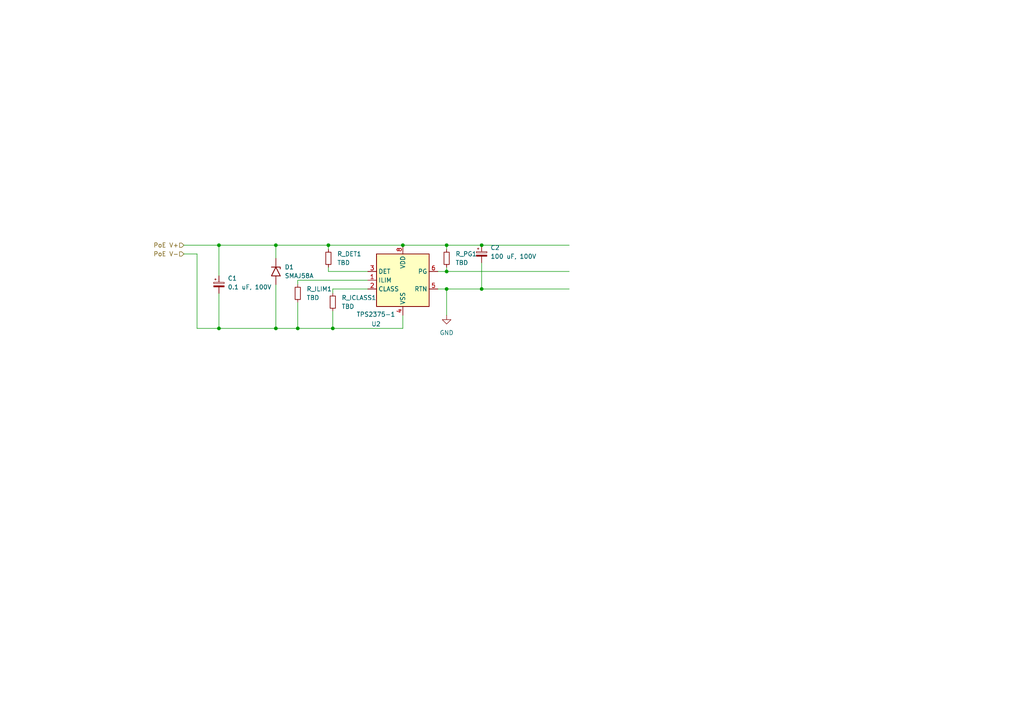
<source format=kicad_sch>
(kicad_sch (version 20231120) (generator "eeschema") (generator_version "8.0")
  (paper "A4")
  (lib_symbols
    (symbol "Device:C_Polarized_Small" (pin_numbers hide) (pin_names (offset 0.254) hide)
      (property "Reference" "C" (at 0.254 1.778 0))
      (property "Value" "C_Polarized_Small" (at 0.254 -2.032 0))
      (symbol "C_Polarized_Small_0_1"
        (rectangle (start -1.524 -0.3048) (end 1.524 -0.6858) (fill (type outline)))
        (rectangle (start -1.524 0.6858) (end 1.524 0.3048))
        (polyline (pts (xy -1.27 1.524) (xy -0.762 1.524)))
        (polyline (pts (xy -1.016 1.27) (xy -1.016 1.778)))
      )
      (symbol "C_Polarized_Small_1_1"
        (pin passive line (at 0 2.54 270) (length 1.8542) (name "~") (number "1"))
        (pin passive line (at 0 -2.54 90) (length 1.8542) (name "~") (number "2"))
      )
    )
    (symbol "Device:R_Small" (pin_numbers hide) (pin_names (offset 0.254) hide)
      (property "Reference" "R" (at 0.762 0.508 0))
      (property "Value" "R_Small" (at 0.762 -1.016 0))
      (symbol "R_Small_0_1"
        (rectangle (start -0.762 1.778) (end 0.762 -1.778) (stroke (width 0.2032)))
      )
      (symbol "R_Small_1_1"
        (pin passive line (at 0 2.54 270) (length 0.762) (name "~") (number "1"))
        (pin passive line (at 0 -2.54 90) (length 0.762) (name "~") (number "2"))
      )
    )
    (symbol "Diode:SMAJ58A" (pin_numbers hide) (pin_names (offset 1.016) hide)
      (property "Reference" "D" (at 0 2.54 0))
      (property "Value" "SMAJ58A" (at 0 -2.54 0))
      (symbol "SMAJ58A_0_1"
        (polyline (pts (xy -0.762 1.27) (xy -1.27 1.27) (xy -1.27 -1.27)) (stroke (width 0.254)))
        (polyline (pts (xy 1.27 1.27) (xy 1.27 -1.27) (xy -1.27 0) (xy 1.27 1.27)) (stroke (width 0.254)))
      )
      (symbol "SMAJ58A_1_1"
        (pin passive line (at -3.81 0 0) (length 2.54) (name "A1") (number "1"))
        (pin passive line (at 3.81 0 180) (length 2.54) (name "A2") (number "2"))
      )
    )
    (symbol "Regulator_Controller:TPS2375-1"
      (property "Reference" "U" (at 2.54 -8.89 0))
      (property "Value" "TPS2375-1" (at 7.62 -11.43 0))
      (symbol "TPS2375-1_0_1"
        (rectangle (start -7.62 7.62) (end 7.62 -7.62) (stroke (width 0.254)) (fill (type background)))
      )
      (symbol "TPS2375-1_1_1"
        (pin passive line (at -10.16 0 0) (length 2.54) (name "ILIM") (number "1"))
        (pin passive line (at -10.16 -2.54 0) (length 2.54) (name "CLASS") (number "2"))
        (pin passive line (at -10.16 2.54 0) (length 2.54) (name "DET") (number "3"))
        (pin power_in line (at 0 -10.16 90) (length 2.54) (name "VSS") (number "4"))
        (pin power_out line (at 10.16 -2.54 180) (length 2.54) (name "RTN") (number "5"))
        (pin open_collector line (at 10.16 2.54 180) (length 2.54) (name "PG") (number "6"))
        (pin no_connect line (at 7.62 0 180) (length 2.54) hide (name "NC") (number "7"))
        (pin power_in line (at 0 10.16 270) (length 2.54) (name "VDD") (number "8"))
      )
    )
    (symbol "power:GND" (power) (pin_numbers hide) (pin_names (offset 0) hide)
      (property "Value" "GND" (at 0 -3.81 0))
      (symbol "GND_0_1"
        (polyline (pts (xy 0 0) (xy 0 -1.27) (xy 1.27 -1.27) (xy 0 -2.54) (xy -1.27 -1.27) (xy 0 -1.27)))
      )
      (symbol "GND_1_1"
        (pin power_in line (at 0 0 270) (length 0) (name "~") (number "1"))
      )
    )
  )
  (junction (at 63.5 71.12))
  (junction (at 116.84 71.12))
  (junction (at 63.5 95.25))
  (junction (at 96.52 95.25))
  (junction (at 80.01 71.12))
  (junction (at 80.01 95.25))
  (junction (at 86.36 95.25))
  (junction (at 139.7 71.12))
  (junction (at 129.54 78.74))
  (junction (at 129.54 83.82))
  (junction (at 95.25 71.12))
  (junction (at 129.54 71.12))
  (junction (at 139.7 83.82))
  (wire (pts (xy 116.84 71.12) (xy 129.54 71.12)))
  (wire (pts (xy 95.25 78.74) (xy 95.25 77.47)))
  (wire (pts (xy 63.5 95.25) (xy 80.01 95.25)))
  (wire (pts (xy 129.54 71.12) (xy 129.54 72.39)))
  (wire (pts (xy 139.7 71.12) (xy 165.1 71.12)))
  (wire (pts (xy 86.36 81.28) (xy 106.68 81.28)))
  (wire (pts (xy 127 78.74) (xy 129.54 78.74)))
  (wire (pts (xy 63.5 71.12) (xy 80.01 71.12)))
  (wire (pts (xy 96.52 90.17) (xy 96.52 95.25)))
  (wire (pts (xy 86.36 81.28) (xy 86.36 82.55)))
  (wire (pts (xy 139.7 76.2) (xy 139.7 83.82)))
  (wire (pts (xy 129.54 78.74) (xy 165.1 78.74)))
  (wire (pts (xy 80.01 95.25) (xy 86.36 95.25)))
  (wire (pts (xy 139.7 83.82) (xy 165.1 83.82)))
  (wire (pts (xy 53.34 73.66) (xy 57.15 73.66)))
  (wire (pts (xy 129.54 83.82) (xy 129.54 91.44)))
  (wire (pts (xy 80.01 74.93) (xy 80.01 71.12)))
  (wire (pts (xy 116.84 91.44) (xy 116.84 95.25)))
  (wire (pts (xy 63.5 80.01) (xy 63.5 71.12)))
  (wire (pts (xy 63.5 85.09) (xy 63.5 95.25)))
  (wire (pts (xy 129.54 77.47) (xy 129.54 78.74)))
  (wire (pts (xy 95.25 71.12) (xy 116.84 71.12)))
  (wire (pts (xy 80.01 71.12) (xy 95.25 71.12)))
  (wire (pts (xy 96.52 83.82) (xy 106.68 83.82)))
  (wire (pts (xy 53.34 71.12) (xy 63.5 71.12)))
  (wire (pts (xy 116.84 95.25) (xy 96.52 95.25)))
  (wire (pts (xy 139.7 83.82) (xy 129.54 83.82)))
  (wire (pts (xy 106.68 78.74) (xy 95.25 78.74)))
  (wire (pts (xy 57.15 73.66) (xy 57.15 95.25)))
  (wire (pts (xy 129.54 71.12) (xy 139.7 71.12)))
  (wire (pts (xy 86.36 87.63) (xy 86.36 95.25)))
  (wire (pts (xy 86.36 95.25) (xy 96.52 95.25)))
  (wire (pts (xy 96.52 83.82) (xy 96.52 85.09)))
  (wire (pts (xy 80.01 82.55) (xy 80.01 95.25)))
  (wire (pts (xy 57.15 95.25) (xy 63.5 95.25)))
  (wire (pts (xy 127 83.82) (xy 129.54 83.82)))
  (wire (pts (xy 95.25 72.39) (xy 95.25 71.12)))
  (hierarchical_label "PoE V-" (shape input) (at 53.34 73.66 180))
  (hierarchical_label "PoE V+" (shape input) (at 53.34 71.12 180))
  (symbol (lib_id "Regulator_Controller:TPS2375-1") (at 116.84 81.28 0) (unit 1)
    (property "Reference" "U2" (at 107.696 93.98 0) (effects (justify left)))
    (property "Value" "TPS2375-1" (at 103.378 91.186 0) (effects (justify left)))
    (property "Footprint" "Package_SO:TSSOP-8_4.4x3mm_P0.65mm" (effects (hide yes)))
    (property "Datasheet" "https://www.ti.com/lit/gpn/tps2375-1" (effects (hide yes)))
    (property "Description" "IEEE802.3af PoE Controller, Auto-Retry" (effects (hide yes)))
  )
  (symbol (lib_id "Device:C_Polarized_Small") (at 139.7 73.66 0) (unit 1)
    (property "Reference" "C2" (at 142.24 71.8438 0) (effects (justify left)))
    (property "Value" "100 uF, 100V" (at 142.24 74.3838 0) (effects (justify left)))
    (property "Description" "Polarized capacitor, small symbol" (effects (hide yes)))
  )
  (symbol (lib_id "Device:R_Small") (at 95.25 74.93 0) (unit 1)
    (property "Reference" "R_DET1" (at 97.79 73.6599 0) (effects (justify left)))
    (property "Value" "TBD" (at 97.79 76.1999 0) (effects (justify left)))
    (property "Description" "Resistor, small symbol" (effects (hide yes)))
  )
  (symbol (lib_id "power:GND") (at 129.54 91.44 0) (unit 1)
    (property "Reference" "#PWR05" (effects (hide yes)))
    (property "Value" "GND" (at 129.54 96.52 0))
    (property "Description" "Power symbol creates a global label with name \"GND\" , ground" (effects (hide yes)))
  )
  (symbol (lib_id "Device:R_Small") (at 86.36 85.09 0) (unit 1)
    (property "Reference" "R_ILIM1" (at 88.9 83.8199 0) (effects (justify left)))
    (property "Value" "TBD" (at 88.9 86.3599 0) (effects (justify left)))
    (property "Description" "Resistor, small symbol" (effects (hide yes)))
  )
  (symbol (lib_id "Device:R_Small") (at 129.54 74.93 0) (unit 1)
    (property "Reference" "R_PG1" (at 132.08 73.6599 0) (effects (justify left)))
    (property "Value" "TBD" (at 132.08 76.1999 0) (effects (justify left)))
    (property "Description" "Resistor, small symbol" (effects (hide yes)))
  )
  (symbol (lib_id "Device:R_Small") (at 96.52 87.63 0) (unit 1)
    (property "Reference" "R_ICLASS1" (at 99.06 86.3599 0) (effects (justify left)))
    (property "Value" "TBD" (at 99.06 88.8999 0) (effects (justify left)))
    (property "Description" "Resistor, small symbol" (effects (hide yes)))
  )
  (symbol (lib_id "Device:C_Polarized_Small") (at 63.5 82.55 0) (unit 1)
    (property "Reference" "C1" (at 66.04 80.7338 0) (effects (justify left)))
    (property "Value" "0.1 uF, 100V" (at 66.04 83.2738 0) (effects (justify left)))
    (property "Description" "Polarized capacitor, small symbol" (effects (hide yes)))
  )
  (symbol (lib_id "Diode:SMAJ58A") (at 80.01 78.74 270) (unit 1)
    (property "Reference" "D1" (at 82.55 77.4699 90) (effects (justify left)))
    (property "Value" "SMAJ58A" (at 82.55 80.0099 90) (effects (justify left)))
    (property "Footprint" "Diode_SMD:D_SMA" (effects (hide yes)))
    (property "Datasheet" "https://www.littelfuse.com/media?resourcetype=datasheets&itemid=75e32973-b177-4ee3-a0ff-cedaf1abdb93&filename=smaj-datasheet" (effects (hide yes)))
    (property "Description" "400W unidirectional Transient Voltage Suppressor, 58.0Vr, SMA(DO-214AC)" (effects (hide yes)))
  )
)
</source>
